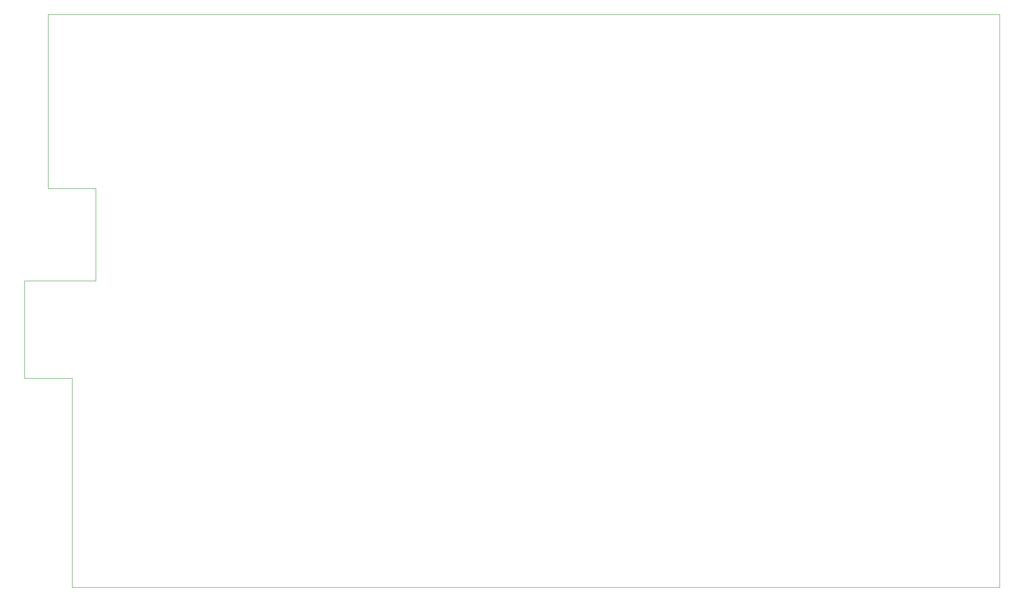
<source format=gbr>
%TF.GenerationSoftware,KiCad,Pcbnew,7.0.9*%
%TF.CreationDate,2024-01-14T20:09:13+01:00*%
%TF.ProjectId,right_pcb,72696768-745f-4706-9362-2e6b69636164,rev?*%
%TF.SameCoordinates,Original*%
%TF.FileFunction,Profile,NP*%
%FSLAX46Y46*%
G04 Gerber Fmt 4.6, Leading zero omitted, Abs format (unit mm)*
G04 Created by KiCad (PCBNEW 7.0.9) date 2024-01-14 20:09:13*
%MOMM*%
%LPD*%
G01*
G04 APERTURE LIST*
%TA.AperFunction,Profile*%
%ADD10C,0.100000*%
%TD*%
G04 APERTURE END LIST*
D10*
X234289600Y-155600000D02*
X48006000Y-155600000D01*
X48006000Y-113538000D01*
X38506400Y-113538000D01*
X38506400Y-93980000D01*
X52781200Y-93980000D01*
X52781200Y-75438000D01*
X43230800Y-75438000D01*
X43230800Y-40538400D01*
X234289600Y-40538400D01*
X234289600Y-155600000D01*
M02*

</source>
